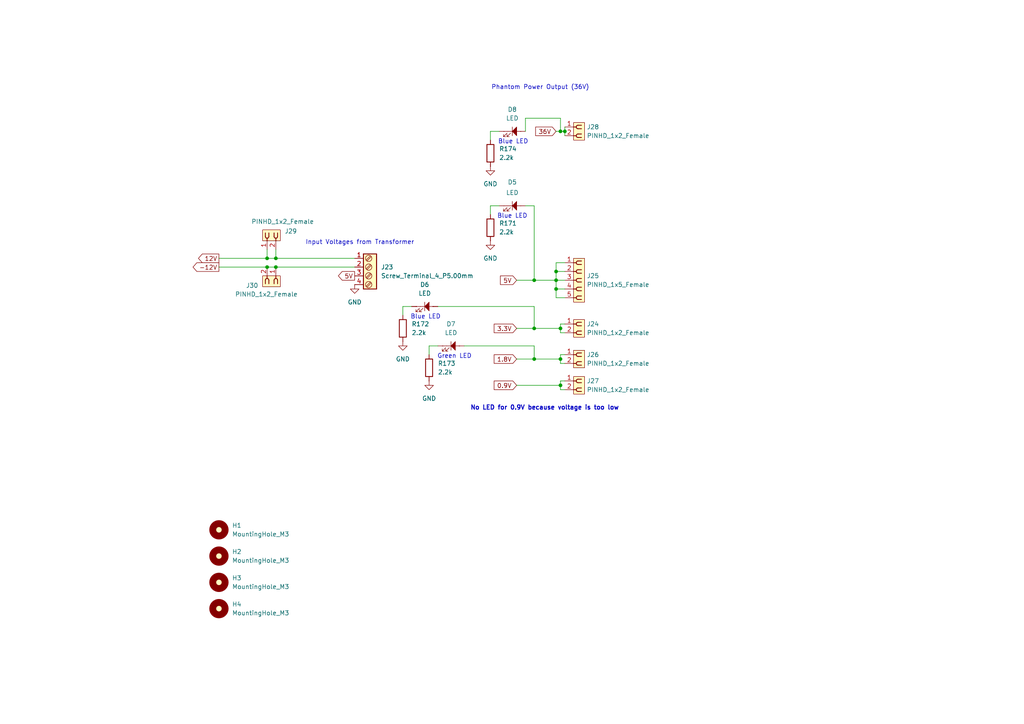
<source format=kicad_sch>
(kicad_sch
	(version 20231120)
	(generator "eeschema")
	(generator_version "8.0")
	(uuid "9c529568-2e6a-4233-9757-0e1642cf20fe")
	(paper "A4")
	(title_block
		(company "Michael Meyers")
	)
	(lib_symbols
		(symbol "Device:R"
			(pin_numbers hide)
			(pin_names
				(offset 0)
			)
			(exclude_from_sim no)
			(in_bom yes)
			(on_board yes)
			(property "Reference" "R"
				(at 2.032 0 90)
				(effects
					(font
						(size 1.27 1.27)
					)
				)
			)
			(property "Value" "R"
				(at 0 0 90)
				(effects
					(font
						(size 1.27 1.27)
					)
				)
			)
			(property "Footprint" ""
				(at -1.778 0 90)
				(effects
					(font
						(size 1.27 1.27)
					)
					(hide yes)
				)
			)
			(property "Datasheet" "~"
				(at 0 0 0)
				(effects
					(font
						(size 1.27 1.27)
					)
					(hide yes)
				)
			)
			(property "Description" "Resistor"
				(at 0 0 0)
				(effects
					(font
						(size 1.27 1.27)
					)
					(hide yes)
				)
			)
			(property "ki_keywords" "R res resistor"
				(at 0 0 0)
				(effects
					(font
						(size 1.27 1.27)
					)
					(hide yes)
				)
			)
			(property "ki_fp_filters" "R_*"
				(at 0 0 0)
				(effects
					(font
						(size 1.27 1.27)
					)
					(hide yes)
				)
			)
			(symbol "R_0_1"
				(rectangle
					(start -1.016 -2.54)
					(end 1.016 2.54)
					(stroke
						(width 0.254)
						(type default)
					)
					(fill
						(type none)
					)
				)
			)
			(symbol "R_1_1"
				(pin passive line
					(at 0 3.81 270)
					(length 1.27)
					(name "~"
						(effects
							(font
								(size 1.27 1.27)
							)
						)
					)
					(number "1"
						(effects
							(font
								(size 1.27 1.27)
							)
						)
					)
				)
				(pin passive line
					(at 0 -3.81 90)
					(length 1.27)
					(name "~"
						(effects
							(font
								(size 1.27 1.27)
							)
						)
					)
					(number "2"
						(effects
							(font
								(size 1.27 1.27)
							)
						)
					)
				)
			)
		)
		(symbol "PCM_SL_Devices:LED"
			(exclude_from_sim no)
			(in_bom yes)
			(on_board yes)
			(property "Reference" "D"
				(at -0.508 5.334 0)
				(effects
					(font
						(size 1.27 1.27)
					)
				)
			)
			(property "Value" "LED"
				(at -0.508 2.794 0)
				(effects
					(font
						(size 1.27 1.27)
					)
				)
			)
			(property "Footprint" "LED_THT:LED_D5.0mm"
				(at -1.016 -2.794 0)
				(effects
					(font
						(size 1.27 1.27)
					)
					(hide yes)
				)
			)
			(property "Datasheet" ""
				(at -1.27 0 0)
				(effects
					(font
						(size 1.27 1.27)
					)
					(hide yes)
				)
			)
			(property "Description" "Common 5mm diameter LED"
				(at 0 0 0)
				(effects
					(font
						(size 1.27 1.27)
					)
					(hide yes)
				)
			)
			(property "ki_keywords" "LED 5mm"
				(at 0 0 0)
				(effects
					(font
						(size 1.27 1.27)
					)
					(hide yes)
				)
			)
			(property "ki_fp_filters" "LED_D5.0mm_Clear LED_D5.0mm_Horizontal_O1.27mm_Z3.0mm LED_D5.0mm_Horizontal_O3.81mm_Z3.0mm LED_D5.0mm_Horizontal_O6.35mm_Z3.0mm"
				(at 0 0 0)
				(effects
					(font
						(size 1.27 1.27)
					)
					(hide yes)
				)
			)
			(symbol "LED_0_1"
				(polyline
					(pts
						(xy -1.27 0) (xy -2.54 0)
					)
					(stroke
						(width 0)
						(type default)
					)
					(fill
						(type none)
					)
				)
				(polyline
					(pts
						(xy 0 1.27) (xy 0 -1.27)
					)
					(stroke
						(width 0)
						(type default)
					)
					(fill
						(type none)
					)
				)
				(polyline
					(pts
						(xy 0.508 0.508) (xy 1.524 1.524)
					)
					(stroke
						(width 0)
						(type default)
					)
					(fill
						(type none)
					)
				)
				(polyline
					(pts
						(xy 1.27 0) (xy 2.54 0)
					)
					(stroke
						(width 0)
						(type default)
					)
					(fill
						(type none)
					)
				)
				(polyline
					(pts
						(xy 1.524 0.508) (xy 2.54 1.524)
					)
					(stroke
						(width 0)
						(type default)
					)
					(fill
						(type none)
					)
				)
				(polyline
					(pts
						(xy 1.524 1.524) (xy 0.889 1.524)
					)
					(stroke
						(width 0)
						(type default)
					)
					(fill
						(type none)
					)
				)
				(polyline
					(pts
						(xy 1.524 1.524) (xy 1.524 0.889)
					)
					(stroke
						(width 0)
						(type default)
					)
					(fill
						(type none)
					)
				)
				(polyline
					(pts
						(xy 2.54 1.524) (xy 1.905 1.524)
					)
					(stroke
						(width 0)
						(type default)
					)
					(fill
						(type none)
					)
				)
				(polyline
					(pts
						(xy 2.54 1.524) (xy 2.54 0.889)
					)
					(stroke
						(width 0)
						(type default)
					)
					(fill
						(type none)
					)
				)
				(polyline
					(pts
						(xy 0 0) (xy -1.27 -1.27) (xy -1.27 1.27) (xy 0 0) (xy 1.27 0)
					)
					(stroke
						(width 0)
						(type default)
					)
					(fill
						(type outline)
					)
				)
			)
			(symbol "LED_1_1"
				(pin passive line
					(at 3.81 0 180)
					(length 1.5)
					(name "~"
						(effects
							(font
								(size 1.27 1.27)
							)
						)
					)
					(number "1"
						(effects
							(font
								(size 0 0)
							)
						)
					)
				)
				(pin passive line
					(at -3.81 0 0)
					(length 1.5)
					(name ""
						(effects
							(font
								(size 1.27 1.27)
							)
						)
					)
					(number "2"
						(effects
							(font
								(size 0 0)
							)
						)
					)
				)
			)
		)
		(symbol "PCM_SL_Mechanical:MountingHole_M3"
			(exclude_from_sim no)
			(in_bom yes)
			(on_board yes)
			(property "Reference" "H"
				(at 0 7.62 0)
				(effects
					(font
						(size 1.27 1.27)
					)
				)
			)
			(property "Value" "MountingHole_M3"
				(at 0 5.08 0)
				(effects
					(font
						(size 1.27 1.27)
					)
				)
			)
			(property "Footprint" "MountingHole:MountingHole_3.2mm_M3"
				(at 0 -3.81 0)
				(effects
					(font
						(size 1.27 1.27)
					)
					(hide yes)
				)
			)
			(property "Datasheet" ""
				(at 0 0 0)
				(effects
					(font
						(size 1.27 1.27)
					)
					(hide yes)
				)
			)
			(property "Description" "3.2mm Diameter Mounting Hole (M3)"
				(at 0 0 0)
				(effects
					(font
						(size 1.27 1.27)
					)
					(hide yes)
				)
			)
			(property "ki_keywords" "Mounting Hole"
				(at 0 0 0)
				(effects
					(font
						(size 1.27 1.27)
					)
					(hide yes)
				)
			)
			(symbol "MountingHole_M3_0_1"
				(circle
					(center 0 0)
					(radius 1.27)
					(stroke
						(width 0)
						(type default)
					)
					(fill
						(type background)
					)
				)
				(circle
					(center 0 0)
					(radius 1.7961)
					(stroke
						(width 2)
						(type default)
					)
					(fill
						(type none)
					)
				)
			)
		)
		(symbol "PCM_SL_Pin_Headers:PINHD_1x2_Female"
			(exclude_from_sim no)
			(in_bom yes)
			(on_board yes)
			(property "Reference" "J"
				(at 0 7.62 0)
				(effects
					(font
						(size 1.27 1.27)
					)
				)
			)
			(property "Value" "PINHD_1x2_Female"
				(at 0 5.08 0)
				(effects
					(font
						(size 1.27 1.27)
					)
				)
			)
			(property "Footprint" "Connector_PinSocket_2.54mm:PinSocket_1x02_P2.54mm_Vertical"
				(at 2.54 10.16 0)
				(effects
					(font
						(size 1.27 1.27)
					)
					(hide yes)
				)
			)
			(property "Datasheet" ""
				(at 0 7.62 0)
				(effects
					(font
						(size 1.27 1.27)
					)
					(hide yes)
				)
			)
			(property "Description" "Pin Header female with pin space 2.54mm. Pin Count -2"
				(at 0 0 0)
				(effects
					(font
						(size 1.27 1.27)
					)
					(hide yes)
				)
			)
			(property "ki_keywords" "Pin Header"
				(at 0 0 0)
				(effects
					(font
						(size 1.27 1.27)
					)
					(hide yes)
				)
			)
			(property "ki_fp_filters" "PinSocket_1x02_P2.54mm*"
				(at 0 0 0)
				(effects
					(font
						(size 1.27 1.27)
					)
					(hide yes)
				)
			)
			(symbol "PINHD_1x2_Female_0_1"
				(rectangle
					(start -1.27 2.54)
					(end 1.905 -2.54)
					(stroke
						(width 0)
						(type default)
					)
					(fill
						(type background)
					)
				)
				(arc
					(start -0.508 -1.27)
					(mid -0.3592 -1.6292)
					(end 0 -1.778)
					(stroke
						(width 0.25)
						(type default)
					)
					(fill
						(type none)
					)
				)
				(arc
					(start -0.508 1.27)
					(mid -0.3592 0.9108)
					(end 0 0.762)
					(stroke
						(width 0.25)
						(type default)
					)
					(fill
						(type none)
					)
				)
				(arc
					(start 0 -0.762)
					(mid -0.3592 -0.9108)
					(end -0.508 -1.27)
					(stroke
						(width 0.25)
						(type default)
					)
					(fill
						(type none)
					)
				)
				(polyline
					(pts
						(xy -1.27 -1.27) (xy -0.508 -1.27)
					)
					(stroke
						(width 0.25)
						(type default)
					)
					(fill
						(type none)
					)
				)
				(polyline
					(pts
						(xy -1.27 1.27) (xy -0.508 1.27)
					)
					(stroke
						(width 0.25)
						(type default)
					)
					(fill
						(type none)
					)
				)
				(polyline
					(pts
						(xy 0 -1.778) (xy 1.016 -1.778)
					)
					(stroke
						(width 0.25)
						(type default)
					)
					(fill
						(type none)
					)
				)
				(polyline
					(pts
						(xy 0 -0.762) (xy 1.016 -0.762)
					)
					(stroke
						(width 0.25)
						(type default)
					)
					(fill
						(type none)
					)
				)
				(polyline
					(pts
						(xy 0 0.762) (xy 1.016 0.762)
					)
					(stroke
						(width 0.25)
						(type default)
					)
					(fill
						(type none)
					)
				)
				(polyline
					(pts
						(xy 0 1.778) (xy 1.016 1.778)
					)
					(stroke
						(width 0.25)
						(type default)
					)
					(fill
						(type none)
					)
				)
				(arc
					(start 0 1.778)
					(mid -0.3592 1.6292)
					(end -0.508 1.27)
					(stroke
						(width 0.25)
						(type default)
					)
					(fill
						(type none)
					)
				)
			)
			(symbol "PINHD_1x2_Female_1_1"
				(pin passive line
					(at -3.81 1.27 0)
					(length 2.54)
					(name ""
						(effects
							(font
								(size 1.27 1.27)
							)
						)
					)
					(number "1"
						(effects
							(font
								(size 1.27 1.27)
							)
						)
					)
				)
				(pin passive line
					(at -3.81 -1.27 0)
					(length 2.54)
					(name ""
						(effects
							(font
								(size 1.27 1.27)
							)
						)
					)
					(number "2"
						(effects
							(font
								(size 1.27 1.27)
							)
						)
					)
				)
			)
		)
		(symbol "PCM_SL_Pin_Headers:PINHD_1x5_Female"
			(exclude_from_sim no)
			(in_bom yes)
			(on_board yes)
			(property "Reference" "J"
				(at 0 11.43 0)
				(effects
					(font
						(size 1.27 1.27)
					)
				)
			)
			(property "Value" "PINHD_1x5_Female"
				(at 0 8.89 0)
				(effects
					(font
						(size 1.27 1.27)
					)
				)
			)
			(property "Footprint" "Connector_PinSocket_2.54mm:PinSocket_1x05_P2.54mm_Vertical"
				(at 2.54 13.97 0)
				(effects
					(font
						(size 1.27 1.27)
					)
					(hide yes)
				)
			)
			(property "Datasheet" ""
				(at 0 11.43 0)
				(effects
					(font
						(size 1.27 1.27)
					)
					(hide yes)
				)
			)
			(property "Description" "Pin Header female with pin space 2.54mm. Pin Count -5"
				(at 0 0 0)
				(effects
					(font
						(size 1.27 1.27)
					)
					(hide yes)
				)
			)
			(property "ki_keywords" "Pin Header"
				(at 0 0 0)
				(effects
					(font
						(size 1.27 1.27)
					)
					(hide yes)
				)
			)
			(property "ki_fp_filters" "PinSocket_1x05_P2.54mm*"
				(at 0 0 0)
				(effects
					(font
						(size 1.27 1.27)
					)
					(hide yes)
				)
			)
			(symbol "PINHD_1x5_Female_0_1"
				(rectangle
					(start -1.27 6.35)
					(end 1.905 -6.35)
					(stroke
						(width 0)
						(type default)
					)
					(fill
						(type background)
					)
				)
				(arc
					(start -0.508 -5.08)
					(mid -0.3592 -5.4392)
					(end 0 -5.588)
					(stroke
						(width 0.25)
						(type default)
					)
					(fill
						(type none)
					)
				)
				(arc
					(start -0.508 -2.54)
					(mid -0.3592 -2.8992)
					(end 0 -3.048)
					(stroke
						(width 0.25)
						(type default)
					)
					(fill
						(type none)
					)
				)
				(arc
					(start -0.508 0)
					(mid -0.3592 -0.3592)
					(end 0 -0.508)
					(stroke
						(width 0.25)
						(type default)
					)
					(fill
						(type none)
					)
				)
				(arc
					(start -0.508 2.54)
					(mid -0.3592 2.1808)
					(end 0 2.032)
					(stroke
						(width 0.25)
						(type default)
					)
					(fill
						(type none)
					)
				)
				(arc
					(start -0.508 5.08)
					(mid -0.3592 4.7208)
					(end 0 4.572)
					(stroke
						(width 0.25)
						(type default)
					)
					(fill
						(type none)
					)
				)
				(arc
					(start 0 -4.572)
					(mid -0.3592 -4.7208)
					(end -0.508 -5.08)
					(stroke
						(width 0.25)
						(type default)
					)
					(fill
						(type none)
					)
				)
				(arc
					(start 0 -2.032)
					(mid -0.3592 -2.1808)
					(end -0.508 -2.54)
					(stroke
						(width 0.25)
						(type default)
					)
					(fill
						(type none)
					)
				)
				(polyline
					(pts
						(xy -1.27 -5.08) (xy -0.508 -5.08)
					)
					(stroke
						(width 0.25)
						(type default)
					)
					(fill
						(type none)
					)
				)
				(polyline
					(pts
						(xy -1.27 -2.54) (xy -0.508 -2.54)
					)
					(stroke
						(width 0.25)
						(type default)
					)
					(fill
						(type none)
					)
				)
				(polyline
					(pts
						(xy -1.27 0) (xy -0.508 0)
					)
					(stroke
						(width 0.25)
						(type default)
					)
					(fill
						(type none)
					)
				)
				(polyline
					(pts
						(xy -1.27 2.54) (xy -0.508 2.54)
					)
					(stroke
						(width 0.25)
						(type default)
					)
					(fill
						(type none)
					)
				)
				(polyline
					(pts
						(xy -1.27 5.08) (xy -0.508 5.08)
					)
					(stroke
						(width 0.25)
						(type default)
					)
					(fill
						(type none)
					)
				)
				(polyline
					(pts
						(xy 0 -5.588) (xy 1.016 -5.588)
					)
					(stroke
						(width 0.25)
						(type default)
					)
					(fill
						(type none)
					)
				)
				(polyline
					(pts
						(xy 0 -4.572) (xy 1.016 -4.572)
					)
					(stroke
						(width 0.25)
						(type default)
					)
					(fill
						(type none)
					)
				)
				(polyline
					(pts
						(xy 0 -3.048) (xy 1.016 -3.048)
					)
					(stroke
						(width 0.25)
						(type default)
					)
					(fill
						(type none)
					)
				)
				(polyline
					(pts
						(xy 0 -2.032) (xy 1.016 -2.032)
					)
					(stroke
						(width 0.25)
						(type default)
					)
					(fill
						(type none)
					)
				)
				(polyline
					(pts
						(xy 0 -0.508) (xy 1.016 -0.508)
					)
					(stroke
						(width 0.25)
						(type default)
					)
					(fill
						(type none)
					)
				)
				(polyline
					(pts
						(xy 0 0.508) (xy 1.016 0.508)
					)
					(stroke
						(width 0.25)
						(type default)
					)
					(fill
						(type none)
					)
				)
				(polyline
					(pts
						(xy 0 2.032) (xy 1.016 2.032)
					)
					(stroke
						(width 0.25)
						(type default)
					)
					(fill
						(type none)
					)
				)
				(polyline
					(pts
						(xy 0 3.048) (xy 1.016 3.048)
					)
					(stroke
						(width 0.25)
						(type default)
					)
					(fill
						(type none)
					)
				)
				(polyline
					(pts
						(xy 0 4.572) (xy 1.016 4.572)
					)
					(stroke
						(width 0.25)
						(type default)
					)
					(fill
						(type none)
					)
				)
				(polyline
					(pts
						(xy 0 5.588) (xy 1.016 5.588)
					)
					(stroke
						(width 0.25)
						(type default)
					)
					(fill
						(type none)
					)
				)
				(arc
					(start 0 0.508)
					(mid -0.3592 0.3592)
					(end -0.508 0)
					(stroke
						(width 0.25)
						(type default)
					)
					(fill
						(type none)
					)
				)
				(arc
					(start 0 3.048)
					(mid -0.3592 2.8992)
					(end -0.508 2.54)
					(stroke
						(width 0.25)
						(type default)
					)
					(fill
						(type none)
					)
				)
				(arc
					(start 0 5.588)
					(mid -0.3592 5.4392)
					(end -0.508 5.08)
					(stroke
						(width 0.25)
						(type default)
					)
					(fill
						(type none)
					)
				)
			)
			(symbol "PINHD_1x5_Female_1_1"
				(pin passive line
					(at -3.81 5.08 0)
					(length 2.54)
					(name ""
						(effects
							(font
								(size 1.27 1.27)
							)
						)
					)
					(number "1"
						(effects
							(font
								(size 1.27 1.27)
							)
						)
					)
				)
				(pin passive line
					(at -3.81 2.54 0)
					(length 2.54)
					(name ""
						(effects
							(font
								(size 1.27 1.27)
							)
						)
					)
					(number "2"
						(effects
							(font
								(size 1.27 1.27)
							)
						)
					)
				)
				(pin passive line
					(at -3.81 0 0)
					(length 2.54)
					(name ""
						(effects
							(font
								(size 1.27 1.27)
							)
						)
					)
					(number "3"
						(effects
							(font
								(size 1.27 1.27)
							)
						)
					)
				)
				(pin passive line
					(at -3.81 -2.54 0)
					(length 2.54)
					(name ""
						(effects
							(font
								(size 1.27 1.27)
							)
						)
					)
					(number "4"
						(effects
							(font
								(size 1.27 1.27)
							)
						)
					)
				)
				(pin passive line
					(at -3.81 -5.08 0)
					(length 2.54)
					(name ""
						(effects
							(font
								(size 1.27 1.27)
							)
						)
					)
					(number "5"
						(effects
							(font
								(size 1.27 1.27)
							)
						)
					)
				)
			)
		)
		(symbol "PCM_SL_Screw_Terminal:Screw_Terminal_4_P5.00mm"
			(exclude_from_sim no)
			(in_bom yes)
			(on_board yes)
			(property "Reference" "J"
				(at 0 6.35 0)
				(effects
					(font
						(size 1.27 1.27)
					)
				)
			)
			(property "Value" "Screw_Terminal_4_P5.00mm"
				(at 1.27 -6.35 0)
				(effects
					(font
						(size 1.27 1.27)
					)
				)
			)
			(property "Footprint" "TerminalBlock_Phoenix:TerminalBlock_Phoenix_PT-1,5-4-5.0-H_1x04_P5.00mm_Horizontal"
				(at 0 -8.89 0)
				(effects
					(font
						(size 1.27 1.27)
					)
					(hide yes)
				)
			)
			(property "Datasheet" ""
				(at 0 2.54 0)
				(effects
					(font
						(size 1.27 1.27)
					)
					(hide yes)
				)
			)
			(property "Description" ""
				(at 0 0 0)
				(effects
					(font
						(size 1.27 1.27)
					)
					(hide yes)
				)
			)
			(symbol "Screw_Terminal_4_P5.00mm_0_1"
				(rectangle
					(start -1.27 5.08)
					(end 2.54 -5.08)
					(stroke
						(width 0.3)
						(type default)
					)
					(fill
						(type background)
					)
				)
				(polyline
					(pts
						(xy -0.254 -4.572) (xy 1.016 -3.302)
					)
					(stroke
						(width 0)
						(type default)
					)
					(fill
						(type none)
					)
				)
				(polyline
					(pts
						(xy -0.254 -2.032) (xy 1.016 -0.762)
					)
					(stroke
						(width 0)
						(type default)
					)
					(fill
						(type none)
					)
				)
				(polyline
					(pts
						(xy -0.254 0.508) (xy 1.016 1.778)
					)
					(stroke
						(width 0)
						(type default)
					)
					(fill
						(type none)
					)
				)
				(polyline
					(pts
						(xy -0.254 3.048) (xy 1.016 4.318)
					)
					(stroke
						(width 0)
						(type default)
					)
					(fill
						(type none)
					)
				)
				(polyline
					(pts
						(xy 0 -3.81) (xy -0.508 -4.318) (xy 0.762 -3.048)
					)
					(stroke
						(width 0)
						(type default)
					)
					(fill
						(type none)
					)
				)
				(polyline
					(pts
						(xy 0 -1.27) (xy -0.508 -1.778) (xy 0.762 -0.508)
					)
					(stroke
						(width 0)
						(type default)
					)
					(fill
						(type none)
					)
				)
				(polyline
					(pts
						(xy 0 1.27) (xy -0.508 0.762) (xy 0.762 2.032)
					)
					(stroke
						(width 0)
						(type default)
					)
					(fill
						(type none)
					)
				)
				(polyline
					(pts
						(xy 0 3.81) (xy -0.508 3.302) (xy 0.762 4.572)
					)
					(stroke
						(width 0)
						(type default)
					)
					(fill
						(type none)
					)
				)
				(circle
					(center 0.254 -3.81)
					(radius 0.9158)
					(stroke
						(width 0)
						(type default)
					)
					(fill
						(type none)
					)
				)
				(circle
					(center 0.254 -1.27)
					(radius 0.9158)
					(stroke
						(width 0)
						(type default)
					)
					(fill
						(type none)
					)
				)
				(circle
					(center 0.254 1.27)
					(radius 0.9158)
					(stroke
						(width 0)
						(type default)
					)
					(fill
						(type none)
					)
				)
				(circle
					(center 0.254 3.81)
					(radius 0.9158)
					(stroke
						(width 0)
						(type default)
					)
					(fill
						(type none)
					)
				)
			)
			(symbol "Screw_Terminal_4_P5.00mm_1_1"
				(pin passive line
					(at -3.81 3.81 0)
					(length 2.54)
					(name ""
						(effects
							(font
								(size 1.27 1.27)
							)
						)
					)
					(number "1"
						(effects
							(font
								(size 1.27 1.27)
							)
						)
					)
				)
				(pin passive line
					(at -3.81 1.27 0)
					(length 2.54)
					(name ""
						(effects
							(font
								(size 1.27 1.27)
							)
						)
					)
					(number "2"
						(effects
							(font
								(size 1.27 1.27)
							)
						)
					)
				)
				(pin passive line
					(at -3.81 -1.27 0)
					(length 2.54)
					(name ""
						(effects
							(font
								(size 1.27 1.27)
							)
						)
					)
					(number "3"
						(effects
							(font
								(size 1.27 1.27)
							)
						)
					)
				)
				(pin passive line
					(at -3.81 -3.81 0)
					(length 2.54)
					(name ""
						(effects
							(font
								(size 1.27 1.27)
							)
						)
					)
					(number "4"
						(effects
							(font
								(size 1.27 1.27)
							)
						)
					)
				)
			)
		)
		(symbol "power:GND"
			(power)
			(pin_numbers hide)
			(pin_names
				(offset 0) hide)
			(exclude_from_sim no)
			(in_bom yes)
			(on_board yes)
			(property "Reference" "#PWR"
				(at 0 -6.35 0)
				(effects
					(font
						(size 1.27 1.27)
					)
					(hide yes)
				)
			)
			(property "Value" "GND"
				(at 0 -3.81 0)
				(effects
					(font
						(size 1.27 1.27)
					)
				)
			)
			(property "Footprint" ""
				(at 0 0 0)
				(effects
					(font
						(size 1.27 1.27)
					)
					(hide yes)
				)
			)
			(property "Datasheet" ""
				(at 0 0 0)
				(effects
					(font
						(size 1.27 1.27)
					)
					(hide yes)
				)
			)
			(property "Description" "Power symbol creates a global label with name \"GND\" , ground"
				(at 0 0 0)
				(effects
					(font
						(size 1.27 1.27)
					)
					(hide yes)
				)
			)
			(property "ki_keywords" "global power"
				(at 0 0 0)
				(effects
					(font
						(size 1.27 1.27)
					)
					(hide yes)
				)
			)
			(symbol "GND_0_1"
				(polyline
					(pts
						(xy 0 0) (xy 0 -1.27) (xy 1.27 -1.27) (xy 0 -2.54) (xy -1.27 -1.27) (xy 0 -1.27)
					)
					(stroke
						(width 0)
						(type default)
					)
					(fill
						(type none)
					)
				)
			)
			(symbol "GND_1_1"
				(pin power_in line
					(at 0 0 270)
					(length 0)
					(name "~"
						(effects
							(font
								(size 1.27 1.27)
							)
						)
					)
					(number "1"
						(effects
							(font
								(size 1.27 1.27)
							)
						)
					)
				)
			)
		)
	)
	(junction
		(at 162.56 95.25)
		(diameter 0)
		(color 0 0 0 0)
		(uuid "08e36837-cdb7-4106-82c6-c7075a63a692")
	)
	(junction
		(at 161.29 78.74)
		(diameter 0)
		(color 0 0 0 0)
		(uuid "25359d30-0333-4e4d-8eae-406c4392ebc0")
	)
	(junction
		(at 80.01 74.93)
		(diameter 0)
		(color 0 0 0 0)
		(uuid "2893f217-61e3-48cd-a6e6-3bf48ba943b8")
	)
	(junction
		(at 161.29 83.82)
		(diameter 0)
		(color 0 0 0 0)
		(uuid "407739a5-3c67-4ee4-8039-fc78a9e219b0")
	)
	(junction
		(at 162.56 104.14)
		(diameter 0)
		(color 0 0 0 0)
		(uuid "6157c9fe-2946-4df3-8115-a0fb380a19ad")
	)
	(junction
		(at 162.56 111.76)
		(diameter 0)
		(color 0 0 0 0)
		(uuid "783d41d2-675f-4fe4-8ff8-6e11540eb0ef")
	)
	(junction
		(at 163.83 38.1)
		(diameter 0)
		(color 0 0 0 0)
		(uuid "8d31e0ba-1967-48fa-a998-e34b748a8c46")
	)
	(junction
		(at 154.94 95.25)
		(diameter 0)
		(color 0 0 0 0)
		(uuid "8e8f399e-2c0c-4ea1-b64a-cf6153c8cc44")
	)
	(junction
		(at 77.47 77.47)
		(diameter 0)
		(color 0 0 0 0)
		(uuid "c0e02c7c-d88e-452e-b48c-298064c9b4ac")
	)
	(junction
		(at 154.94 104.14)
		(diameter 0)
		(color 0 0 0 0)
		(uuid "c4e3eeee-13c4-43fb-8328-b0ac8a389a30")
	)
	(junction
		(at 162.56 38.1)
		(diameter 0)
		(color 0 0 0 0)
		(uuid "ceb14c87-0ad1-46c4-bcb2-7dbf4cf6fe17")
	)
	(junction
		(at 161.29 81.28)
		(diameter 0)
		(color 0 0 0 0)
		(uuid "d6d1bc35-519c-4da1-9f50-d8b037b6796b")
	)
	(junction
		(at 80.01 77.47)
		(diameter 0)
		(color 0 0 0 0)
		(uuid "d9c726b9-6387-45aa-8cf5-0473a354ce7e")
	)
	(junction
		(at 77.47 74.93)
		(diameter 0)
		(color 0 0 0 0)
		(uuid "dbb4dcdb-1b86-44a6-a963-6b7be757e7b5")
	)
	(junction
		(at 154.94 81.28)
		(diameter 0)
		(color 0 0 0 0)
		(uuid "df85e79a-482e-4370-b192-ad74e70ee7a3")
	)
	(wire
		(pts
			(xy 162.56 96.52) (xy 162.56 95.25)
		)
		(stroke
			(width 0)
			(type default)
		)
		(uuid "00c47eea-408e-4cca-ad83-da4fca712230")
	)
	(wire
		(pts
			(xy 154.94 81.28) (xy 161.29 81.28)
		)
		(stroke
			(width 0)
			(type default)
		)
		(uuid "0a121dde-d9b6-4490-b48e-ef08b3ec002b")
	)
	(wire
		(pts
			(xy 161.29 78.74) (xy 161.29 76.2)
		)
		(stroke
			(width 0)
			(type default)
		)
		(uuid "0c1cf193-3380-4237-8750-b0f98ffe4481")
	)
	(wire
		(pts
			(xy 124.46 100.33) (xy 124.46 102.87)
		)
		(stroke
			(width 0)
			(type default)
		)
		(uuid "1d72a1cd-aac3-47da-abe7-c0492c2b26bb")
	)
	(wire
		(pts
			(xy 77.47 74.93) (xy 80.01 74.93)
		)
		(stroke
			(width 0)
			(type default)
		)
		(uuid "206597e5-222b-4f9d-89e1-b9d8493a11ed")
	)
	(wire
		(pts
			(xy 161.29 78.74) (xy 163.83 78.74)
		)
		(stroke
			(width 0)
			(type default)
		)
		(uuid "2e6eb64e-0677-4016-9376-f88c416cb61f")
	)
	(wire
		(pts
			(xy 161.29 76.2) (xy 163.83 76.2)
		)
		(stroke
			(width 0)
			(type default)
		)
		(uuid "2f9ee122-8074-47f8-acb2-22bfc28a66a5")
	)
	(wire
		(pts
			(xy 161.29 83.82) (xy 161.29 81.28)
		)
		(stroke
			(width 0)
			(type default)
		)
		(uuid "30dceea8-8eb1-4c5b-8e32-522ae8e2b682")
	)
	(wire
		(pts
			(xy 161.29 86.36) (xy 161.29 83.82)
		)
		(stroke
			(width 0)
			(type default)
		)
		(uuid "32d0a151-8c40-4c06-8bd9-fa837f4a53af")
	)
	(wire
		(pts
			(xy 162.56 38.1) (xy 163.83 38.1)
		)
		(stroke
			(width 0)
			(type default)
		)
		(uuid "32e5cdc3-79d5-47f7-8113-096790db887d")
	)
	(wire
		(pts
			(xy 149.86 95.25) (xy 154.94 95.25)
		)
		(stroke
			(width 0)
			(type default)
		)
		(uuid "347b3d34-bfd3-4246-98c4-efe1b7aadb0a")
	)
	(wire
		(pts
			(xy 77.47 77.47) (xy 80.01 77.47)
		)
		(stroke
			(width 0)
			(type default)
		)
		(uuid "35394d14-90ea-4b47-85b1-6f3a37abf753")
	)
	(wire
		(pts
			(xy 80.01 72.39) (xy 80.01 74.93)
		)
		(stroke
			(width 0)
			(type default)
		)
		(uuid "47c4b7ec-034c-4205-8ce2-548ebc6bb42e")
	)
	(wire
		(pts
			(xy 163.83 36.83) (xy 163.83 38.1)
		)
		(stroke
			(width 0)
			(type default)
		)
		(uuid "48fe7393-213d-432b-97bd-03339adc02ef")
	)
	(wire
		(pts
			(xy 127 88.9) (xy 154.94 88.9)
		)
		(stroke
			(width 0)
			(type default)
		)
		(uuid "4aa14a85-28be-47ae-8bea-6abaacf86060")
	)
	(wire
		(pts
			(xy 149.86 104.14) (xy 154.94 104.14)
		)
		(stroke
			(width 0)
			(type default)
		)
		(uuid "5b4b4fe9-7e71-4e8e-977d-9c220469e1cc")
	)
	(wire
		(pts
			(xy 162.56 95.25) (xy 162.56 93.98)
		)
		(stroke
			(width 0)
			(type default)
		)
		(uuid "60f982a2-91a8-4ba6-9fcf-832abb0538b5")
	)
	(wire
		(pts
			(xy 154.94 95.25) (xy 162.56 95.25)
		)
		(stroke
			(width 0)
			(type default)
		)
		(uuid "66106bd3-04c2-4846-885d-dc42ef3d2eea")
	)
	(wire
		(pts
			(xy 163.83 86.36) (xy 161.29 86.36)
		)
		(stroke
			(width 0)
			(type default)
		)
		(uuid "66bf34b7-f6a1-47f7-801f-67ab4189bfc4")
	)
	(wire
		(pts
			(xy 163.83 105.41) (xy 162.56 105.41)
		)
		(stroke
			(width 0)
			(type default)
		)
		(uuid "670f458c-4001-4388-8a43-ef4cd1b44eca")
	)
	(wire
		(pts
			(xy 162.56 34.29) (xy 162.56 38.1)
		)
		(stroke
			(width 0)
			(type default)
		)
		(uuid "6a617dcf-13e6-4854-baf0-3ca3f931d43c")
	)
	(wire
		(pts
			(xy 119.38 88.9) (xy 116.84 88.9)
		)
		(stroke
			(width 0)
			(type default)
		)
		(uuid "6b7046fc-aa21-4441-adbb-e88b8521ec8e")
	)
	(wire
		(pts
			(xy 152.4 34.29) (xy 162.56 34.29)
		)
		(stroke
			(width 0)
			(type default)
		)
		(uuid "714937a3-f089-4057-ae1a-3b0b50910579")
	)
	(wire
		(pts
			(xy 162.56 105.41) (xy 162.56 104.14)
		)
		(stroke
			(width 0)
			(type default)
		)
		(uuid "718aa2ff-b72b-4137-bcdf-cec8b34909d8")
	)
	(wire
		(pts
			(xy 161.29 38.1) (xy 162.56 38.1)
		)
		(stroke
			(width 0)
			(type default)
		)
		(uuid "73f86589-6a2f-4948-a3d6-fcd0ea171146")
	)
	(wire
		(pts
			(xy 127 100.33) (xy 124.46 100.33)
		)
		(stroke
			(width 0)
			(type default)
		)
		(uuid "7e44c22c-7dde-4d7f-9ee4-15f1056e9368")
	)
	(wire
		(pts
			(xy 152.4 38.1) (xy 152.4 34.29)
		)
		(stroke
			(width 0)
			(type default)
		)
		(uuid "7e4a5dfb-98ae-425e-ab92-6a7826a1a9ae")
	)
	(wire
		(pts
			(xy 162.56 102.87) (xy 163.83 102.87)
		)
		(stroke
			(width 0)
			(type default)
		)
		(uuid "8052810c-1b56-425e-9dc5-66456b978941")
	)
	(wire
		(pts
			(xy 162.56 93.98) (xy 163.83 93.98)
		)
		(stroke
			(width 0)
			(type default)
		)
		(uuid "830098ce-8b9c-4b67-8de2-c7e14c15021f")
	)
	(wire
		(pts
			(xy 144.78 38.1) (xy 142.24 38.1)
		)
		(stroke
			(width 0)
			(type default)
		)
		(uuid "85f6a27a-9034-48ba-b755-434b0eed9d7f")
	)
	(wire
		(pts
			(xy 142.24 38.1) (xy 142.24 40.64)
		)
		(stroke
			(width 0)
			(type default)
		)
		(uuid "8b486f40-c397-4cb5-bf9f-6468eeab01de")
	)
	(wire
		(pts
			(xy 161.29 81.28) (xy 161.29 78.74)
		)
		(stroke
			(width 0)
			(type default)
		)
		(uuid "8fd0506c-0a58-405c-a6c2-9112cfc17318")
	)
	(wire
		(pts
			(xy 80.01 74.93) (xy 102.87 74.93)
		)
		(stroke
			(width 0)
			(type default)
		)
		(uuid "98ff5bbf-d3a4-4586-9b02-31c166081613")
	)
	(wire
		(pts
			(xy 134.62 100.33) (xy 154.94 100.33)
		)
		(stroke
			(width 0)
			(type default)
		)
		(uuid "9afcd2e3-a1c7-4f5a-b2b6-aa6a07273896")
	)
	(wire
		(pts
			(xy 162.56 104.14) (xy 162.56 102.87)
		)
		(stroke
			(width 0)
			(type default)
		)
		(uuid "9d5b4593-95e0-46f9-97f6-1411719291cd")
	)
	(wire
		(pts
			(xy 162.56 113.03) (xy 162.56 111.76)
		)
		(stroke
			(width 0)
			(type default)
		)
		(uuid "a5e667ff-d749-4b11-a529-ffbf29543597")
	)
	(wire
		(pts
			(xy 80.01 77.47) (xy 102.87 77.47)
		)
		(stroke
			(width 0)
			(type default)
		)
		(uuid "a74d98e0-cf9a-4671-bf76-4f2efdabd5a9")
	)
	(wire
		(pts
			(xy 149.86 111.76) (xy 162.56 111.76)
		)
		(stroke
			(width 0)
			(type default)
		)
		(uuid "b15efd58-52cd-41ee-985f-6397e2390f5f")
	)
	(wire
		(pts
			(xy 163.83 38.1) (xy 163.83 39.37)
		)
		(stroke
			(width 0)
			(type default)
		)
		(uuid "b220ba44-c27e-4f06-8450-6eed909bff57")
	)
	(wire
		(pts
			(xy 144.78 59.69) (xy 142.24 59.69)
		)
		(stroke
			(width 0)
			(type default)
		)
		(uuid "b817e918-8d02-46ed-a2b5-f6cb6ada76fa")
	)
	(wire
		(pts
			(xy 116.84 88.9) (xy 116.84 91.44)
		)
		(stroke
			(width 0)
			(type default)
		)
		(uuid "b86cc5a1-1f57-48cb-9938-81d5b3de8d41")
	)
	(wire
		(pts
			(xy 77.47 72.39) (xy 77.47 74.93)
		)
		(stroke
			(width 0)
			(type default)
		)
		(uuid "ba25c8f5-59b0-4734-bd0b-a06587b2ccbf")
	)
	(wire
		(pts
			(xy 152.4 59.69) (xy 154.94 59.69)
		)
		(stroke
			(width 0)
			(type default)
		)
		(uuid "bb18d673-671b-42fd-99b8-5d51737c053d")
	)
	(wire
		(pts
			(xy 161.29 81.28) (xy 163.83 81.28)
		)
		(stroke
			(width 0)
			(type default)
		)
		(uuid "bc56c2a4-3778-4c47-9e59-3592cb0d8967")
	)
	(wire
		(pts
			(xy 142.24 59.69) (xy 142.24 62.23)
		)
		(stroke
			(width 0)
			(type default)
		)
		(uuid "c0b222cc-f733-4ccc-8f6b-db027eebe526")
	)
	(wire
		(pts
			(xy 163.83 83.82) (xy 161.29 83.82)
		)
		(stroke
			(width 0)
			(type default)
		)
		(uuid "c84509d1-de95-41b6-8f20-f8f507364cd8")
	)
	(wire
		(pts
			(xy 162.56 110.49) (xy 163.83 110.49)
		)
		(stroke
			(width 0)
			(type default)
		)
		(uuid "d2182abf-364f-4230-b408-05da4d8e5eb1")
	)
	(wire
		(pts
			(xy 154.94 104.14) (xy 162.56 104.14)
		)
		(stroke
			(width 0)
			(type default)
		)
		(uuid "d3d70a6d-9fc4-4882-a862-67bae72cf651")
	)
	(wire
		(pts
			(xy 154.94 88.9) (xy 154.94 95.25)
		)
		(stroke
			(width 0)
			(type default)
		)
		(uuid "da7c8335-31e7-4485-9dff-193bb7c71f89")
	)
	(wire
		(pts
			(xy 163.83 96.52) (xy 162.56 96.52)
		)
		(stroke
			(width 0)
			(type default)
		)
		(uuid "dcf66962-2d66-4bee-ab51-d491a1dd085b")
	)
	(wire
		(pts
			(xy 63.5 74.93) (xy 77.47 74.93)
		)
		(stroke
			(width 0)
			(type default)
		)
		(uuid "e673a4ac-9ae3-4aba-a6c0-aeed78223da8")
	)
	(wire
		(pts
			(xy 149.86 81.28) (xy 154.94 81.28)
		)
		(stroke
			(width 0)
			(type default)
		)
		(uuid "eb98f72d-1a28-4785-be98-40babcc48ef0")
	)
	(wire
		(pts
			(xy 63.5 77.47) (xy 77.47 77.47)
		)
		(stroke
			(width 0)
			(type default)
		)
		(uuid "ed5b8173-0e2a-4842-9de6-edf871c3e48e")
	)
	(wire
		(pts
			(xy 162.56 111.76) (xy 162.56 110.49)
		)
		(stroke
			(width 0)
			(type default)
		)
		(uuid "eda4883b-2179-4ef3-ae6a-650eb72ead40")
	)
	(wire
		(pts
			(xy 154.94 100.33) (xy 154.94 104.14)
		)
		(stroke
			(width 0)
			(type default)
		)
		(uuid "f088b9d6-5a89-4777-a41b-306b0f7fdca7")
	)
	(wire
		(pts
			(xy 163.83 113.03) (xy 162.56 113.03)
		)
		(stroke
			(width 0)
			(type default)
		)
		(uuid "f8cece40-8d03-4bc6-a6cd-1b0c88ce5d4a")
	)
	(wire
		(pts
			(xy 154.94 59.69) (xy 154.94 81.28)
		)
		(stroke
			(width 0)
			(type default)
		)
		(uuid "fa2f1851-e3c6-4c92-844e-46c9886ad717")
	)
	(text "Input Voltages from Transformer"
		(exclude_from_sim no)
		(at 104.394 70.358 0)
		(effects
			(font
				(size 1.27 1.27)
			)
		)
		(uuid "0459338a-e9bb-43a5-ae0c-ed431c60d91a")
	)
	(text "No LED for 0.9V because voltage is too low"
		(exclude_from_sim no)
		(at 157.988 118.364 0)
		(effects
			(font
				(size 1.27 1.27)
				(thickness 0.254)
				(bold yes)
			)
		)
		(uuid "0adfa52a-9ee4-4898-883b-7d273c150c89")
	)
	(text "Phantom Power Output (36V)"
		(exclude_from_sim no)
		(at 156.718 25.4 0)
		(effects
			(font
				(size 1.27 1.27)
			)
		)
		(uuid "2a00c18c-be6f-47cf-95ce-00b69dc1b53a")
	)
	(text "Blue LED"
		(exclude_from_sim no)
		(at 123.444 91.948 0)
		(effects
			(font
				(size 1.27 1.27)
			)
		)
		(uuid "63b67aec-c73e-4976-984a-500a9e8516fd")
	)
	(text "Green LED"
		(exclude_from_sim no)
		(at 131.826 103.378 0)
		(effects
			(font
				(size 1.27 1.27)
			)
		)
		(uuid "ab438fac-1fe5-460a-9fd9-f5c1387928ef")
	)
	(text "Blue LED"
		(exclude_from_sim no)
		(at 148.59 62.738 0)
		(effects
			(font
				(size 1.27 1.27)
			)
		)
		(uuid "b9aa3625-fe5c-4442-9247-268ecf74f608")
	)
	(text "Blue LED"
		(exclude_from_sim no)
		(at 148.844 41.148 0)
		(effects
			(font
				(size 1.27 1.27)
			)
		)
		(uuid "c2e5ec89-57ad-47ed-b213-e528e69e20c9")
	)
	(global_label "3.3V"
		(shape input)
		(at 149.86 95.25 180)
		(fields_autoplaced yes)
		(effects
			(font
				(size 1.27 1.27)
			)
			(justify right)
		)
		(uuid "178e92aa-d162-45e7-b186-b77a231ddff7")
		(property "Intersheetrefs" "${INTERSHEET_REFS}"
			(at 142.7624 95.25 0)
			(effects
				(font
					(size 1.27 1.27)
				)
				(justify right)
				(hide yes)
			)
		)
	)
	(global_label "1.8V"
		(shape input)
		(at 149.86 104.14 180)
		(fields_autoplaced yes)
		(effects
			(font
				(size 1.27 1.27)
			)
			(justify right)
		)
		(uuid "29fe5e14-5b00-40eb-830d-32bfb767b4c1")
		(property "Intersheetrefs" "${INTERSHEET_REFS}"
			(at 142.7624 104.14 0)
			(effects
				(font
					(size 1.27 1.27)
				)
				(justify right)
				(hide yes)
			)
		)
	)
	(global_label "5V"
		(shape output)
		(at 102.87 80.01 180)
		(fields_autoplaced yes)
		(effects
			(font
				(size 1.27 1.27)
			)
			(justify right)
		)
		(uuid "3e91aea8-73a6-4f1e-a422-87fb4cdb66c7")
		(property "Intersheetrefs" "${INTERSHEET_REFS}"
			(at 97.5867 80.01 0)
			(effects
				(font
					(size 1.27 1.27)
				)
				(justify right)
				(hide yes)
			)
		)
	)
	(global_label "5V"
		(shape input)
		(at 149.86 81.28 180)
		(fields_autoplaced yes)
		(effects
			(font
				(size 1.27 1.27)
			)
			(justify right)
		)
		(uuid "b6f8bc27-08fc-4544-9f3a-b865320334a2")
		(property "Intersheetrefs" "${INTERSHEET_REFS}"
			(at 144.5767 81.28 0)
			(effects
				(font
					(size 1.27 1.27)
				)
				(justify right)
				(hide yes)
			)
		)
	)
	(global_label "0.9V"
		(shape input)
		(at 149.86 111.76 180)
		(fields_autoplaced yes)
		(effects
			(font
				(size 1.27 1.27)
			)
			(justify right)
		)
		(uuid "e2d3558f-7619-4f99-9003-12c3170674dc")
		(property "Intersheetrefs" "${INTERSHEET_REFS}"
			(at 142.7624 111.76 0)
			(effects
				(font
					(size 1.27 1.27)
				)
				(justify right)
				(hide yes)
			)
		)
	)
	(global_label "12V"
		(shape output)
		(at 63.5 74.93 180)
		(fields_autoplaced yes)
		(effects
			(font
				(size 1.27 1.27)
			)
			(justify right)
		)
		(uuid "f194a1d8-9cca-4b31-aa06-80af183ff72f")
		(property "Intersheetrefs" "${INTERSHEET_REFS}"
			(at 57.0072 74.93 0)
			(effects
				(font
					(size 1.27 1.27)
				)
				(justify right)
				(hide yes)
			)
		)
	)
	(global_label "36V"
		(shape input)
		(at 161.29 38.1 180)
		(fields_autoplaced yes)
		(effects
			(font
				(size 1.27 1.27)
			)
			(justify right)
		)
		(uuid "f8577fc8-de60-4353-829e-1f7db1c12485")
		(property "Intersheetrefs" "${INTERSHEET_REFS}"
			(at 154.7972 38.1 0)
			(effects
				(font
					(size 1.27 1.27)
				)
				(justify right)
				(hide yes)
			)
		)
	)
	(global_label "-12V"
		(shape output)
		(at 63.5 77.47 180)
		(fields_autoplaced yes)
		(effects
			(font
				(size 1.27 1.27)
			)
			(justify right)
		)
		(uuid "fb8b16e7-24ca-4f50-9ea8-28185cf770d9")
		(property "Intersheetrefs" "${INTERSHEET_REFS}"
			(at 55.4348 77.47 0)
			(effects
				(font
					(size 1.27 1.27)
				)
				(justify right)
				(hide yes)
			)
		)
	)
	(symbol
		(lib_id "PCM_SL_Pin_Headers:PINHD_1x2_Female")
		(at 78.74 81.28 270)
		(unit 1)
		(exclude_from_sim no)
		(in_bom yes)
		(on_board yes)
		(dnp no)
		(uuid "07c160d4-bcb8-4543-ba08-e622c7a730c0")
		(property "Reference" "J30"
			(at 74.93 82.8051 90)
			(effects
				(font
					(size 1.27 1.27)
				)
				(justify right)
			)
		)
		(property "Value" "PINHD_1x2_Female"
			(at 86.36 85.344 90)
			(effects
				(font
					(size 1.27 1.27)
				)
				(justify right)
			)
		)
		(property "Footprint" "Connector_PinSocket_2.54mm:PinSocket_1x02_P2.54mm_Vertical"
			(at 88.9 83.82 0)
			(effects
				(font
					(size 1.27 1.27)
				)
				(hide yes)
			)
		)
		(property "Datasheet" ""
			(at 86.36 81.28 0)
			(effects
				(font
					(size 1.27 1.27)
				)
				(hide yes)
			)
		)
		(property "Description" "Pin Header female with pin space 2.54mm. Pin Count -2"
			(at 78.74 81.28 0)
			(effects
				(font
					(size 1.27 1.27)
				)
				(hide yes)
			)
		)
		(pin "2"
			(uuid "f8dc396b-586e-4333-a66f-78173735c7c5")
		)
		(pin "1"
			(uuid "c8e03a23-7a7e-4776-b0bf-6d8ed30e365a")
		)
		(instances
			(project "Power_Supplies_Copy"
				(path "/5266cf9e-da90-4c53-80fd-cf3dbed42632/5982fdfd-a052-4daa-9192-d77d69fc941f"
					(reference "J30")
					(unit 1)
				)
			)
		)
	)
	(symbol
		(lib_id "Device:R")
		(at 116.84 95.25 0)
		(unit 1)
		(exclude_from_sim no)
		(in_bom yes)
		(on_board yes)
		(dnp no)
		(fields_autoplaced yes)
		(uuid "24185fcc-6b28-45c1-b553-3a3e26c99be1")
		(property "Reference" "R172"
			(at 119.38 93.9799 0)
			(effects
				(font
					(size 1.27 1.27)
				)
				(justify left)
			)
		)
		(property "Value" "2.2k"
			(at 119.38 96.5199 0)
			(effects
				(font
					(size 1.27 1.27)
				)
				(justify left)
			)
		)
		(property "Footprint" "Resistor_SMD:R_0805_2012Metric"
			(at 115.062 95.25 90)
			(effects
				(font
					(size 1.27 1.27)
				)
				(hide yes)
			)
		)
		(property "Datasheet" "~"
			(at 116.84 95.25 0)
			(effects
				(font
					(size 1.27 1.27)
				)
				(hide yes)
			)
		)
		(property "Description" "Resistor"
			(at 116.84 95.25 0)
			(effects
				(font
					(size 1.27 1.27)
				)
				(hide yes)
			)
		)
		(pin "2"
			(uuid "d6700b49-6656-402a-973b-5f492ba68cb7")
		)
		(pin "1"
			(uuid "903b8781-6712-4595-a072-3466043fa664")
		)
		(instances
			(project "Power_Supplies"
				(path "/5266cf9e-da90-4c53-80fd-cf3dbed42632/5982fdfd-a052-4daa-9192-d77d69fc941f"
					(reference "R172")
					(unit 1)
				)
			)
		)
	)
	(symbol
		(lib_id "PCM_SL_Mechanical:MountingHole_M3")
		(at 63.5 161.29 0)
		(unit 1)
		(exclude_from_sim no)
		(in_bom yes)
		(on_board yes)
		(dnp no)
		(fields_autoplaced yes)
		(uuid "275866b5-a2c0-4cad-a0b8-a04d7ec3c860")
		(property "Reference" "H2"
			(at 67.31 160.0199 0)
			(effects
				(font
					(size 1.27 1.27)
				)
				(justify left)
			)
		)
		(property "Value" "MountingHole_M3"
			(at 67.31 162.5599 0)
			(effects
				(font
					(size 1.27 1.27)
				)
				(justify left)
			)
		)
		(property "Footprint" "MountingHole:MountingHole_3.2mm_M3"
			(at 63.5 165.1 0)
			(effects
				(font
					(size 1.27 1.27)
				)
				(hide yes)
			)
		)
		(property "Datasheet" ""
			(at 63.5 161.29 0)
			(effects
				(font
					(size 1.27 1.27)
				)
				(hide yes)
			)
		)
		(property "Description" "3.2mm Diameter Mounting Hole (M3)"
			(at 63.5 161.29 0)
			(effects
				(font
					(size 1.27 1.27)
				)
				(hide yes)
			)
		)
		(instances
			(project "Power_Supplies_Copy"
				(path "/5266cf9e-da90-4c53-80fd-cf3dbed42632/5982fdfd-a052-4daa-9192-d77d69fc941f"
					(reference "H2")
					(unit 1)
				)
			)
		)
	)
	(symbol
		(lib_id "power:GND")
		(at 142.24 69.85 0)
		(unit 1)
		(exclude_from_sim no)
		(in_bom yes)
		(on_board yes)
		(dnp no)
		(fields_autoplaced yes)
		(uuid "2e394104-2327-4520-8171-1cf02236b64f")
		(property "Reference" "#PWR0227"
			(at 142.24 76.2 0)
			(effects
				(font
					(size 1.27 1.27)
				)
				(hide yes)
			)
		)
		(property "Value" "GND"
			(at 142.24 74.93 0)
			(effects
				(font
					(size 1.27 1.27)
				)
			)
		)
		(property "Footprint" ""
			(at 142.24 69.85 0)
			(effects
				(font
					(size 1.27 1.27)
				)
				(hide yes)
			)
		)
		(property "Datasheet" ""
			(at 142.24 69.85 0)
			(effects
				(font
					(size 1.27 1.27)
				)
				(hide yes)
			)
		)
		(property "Description" "Power symbol creates a global label with name \"GND\" , ground"
			(at 142.24 69.85 0)
			(effects
				(font
					(size 1.27 1.27)
				)
				(hide yes)
			)
		)
		(pin "1"
			(uuid "dcd58545-4bce-4b59-bd95-361c29c4a133")
		)
		(instances
			(project "Power_Supplies"
				(path "/5266cf9e-da90-4c53-80fd-cf3dbed42632/5982fdfd-a052-4daa-9192-d77d69fc941f"
					(reference "#PWR0227")
					(unit 1)
				)
			)
		)
	)
	(symbol
		(lib_id "PCM_SL_Mechanical:MountingHole_M3")
		(at 63.5 153.67 0)
		(unit 1)
		(exclude_from_sim no)
		(in_bom yes)
		(on_board yes)
		(dnp no)
		(fields_autoplaced yes)
		(uuid "404fca52-b17a-40c3-87d9-a1fb1bb9f437")
		(property "Reference" "H1"
			(at 67.31 152.3999 0)
			(effects
				(font
					(size 1.27 1.27)
				)
				(justify left)
			)
		)
		(property "Value" "MountingHole_M3"
			(at 67.31 154.9399 0)
			(effects
				(font
					(size 1.27 1.27)
				)
				(justify left)
			)
		)
		(property "Footprint" "MountingHole:MountingHole_3.2mm_M3"
			(at 63.5 157.48 0)
			(effects
				(font
					(size 1.27 1.27)
				)
				(hide yes)
			)
		)
		(property "Datasheet" ""
			(at 63.5 153.67 0)
			(effects
				(font
					(size 1.27 1.27)
				)
				(hide yes)
			)
		)
		(property "Description" "3.2mm Diameter Mounting Hole (M3)"
			(at 63.5 153.67 0)
			(effects
				(font
					(size 1.27 1.27)
				)
				(hide yes)
			)
		)
		(instances
			(project ""
				(path "/5266cf9e-da90-4c53-80fd-cf3dbed42632/5982fdfd-a052-4daa-9192-d77d69fc941f"
					(reference "H1")
					(unit 1)
				)
			)
		)
	)
	(symbol
		(lib_id "PCM_SL_Pin_Headers:PINHD_1x2_Female")
		(at 167.64 38.1 0)
		(unit 1)
		(exclude_from_sim no)
		(in_bom yes)
		(on_board yes)
		(dnp no)
		(fields_autoplaced yes)
		(uuid "40c7a351-da3f-4910-b20f-3c1b66f8c39e")
		(property "Reference" "J28"
			(at 170.18 36.8299 0)
			(effects
				(font
					(size 1.27 1.27)
				)
				(justify left)
			)
		)
		(property "Value" "PINHD_1x2_Female"
			(at 170.18 39.3699 0)
			(effects
				(font
					(size 1.27 1.27)
				)
				(justify left)
			)
		)
		(property "Footprint" "Connector_PinSocket_2.54mm:PinSocket_1x02_P2.54mm_Vertical"
			(at 170.18 27.94 0)
			(effects
				(font
					(size 1.27 1.27)
				)
				(hide yes)
			)
		)
		(property "Datasheet" ""
			(at 167.64 30.48 0)
			(effects
				(font
					(size 1.27 1.27)
				)
				(hide yes)
			)
		)
		(property "Description" "Pin Header female with pin space 2.54mm. Pin Count -2"
			(at 167.64 38.1 0)
			(effects
				(font
					(size 1.27 1.27)
				)
				(hide yes)
			)
		)
		(pin "2"
			(uuid "cdcae8c6-e235-4080-81fc-efdb9601b9a3")
		)
		(pin "1"
			(uuid "6dda98d2-bb52-424c-9c36-d00143a77bc7")
		)
		(instances
			(project "Power_Supplies_Copy"
				(path "/5266cf9e-da90-4c53-80fd-cf3dbed42632/5982fdfd-a052-4daa-9192-d77d69fc941f"
					(reference "J28")
					(unit 1)
				)
			)
		)
	)
	(symbol
		(lib_id "PCM_SL_Devices:LED")
		(at 148.59 59.69 180)
		(unit 1)
		(exclude_from_sim no)
		(in_bom yes)
		(on_board yes)
		(dnp no)
		(uuid "45a2f0b9-2f35-43f9-be84-86ee77071807")
		(property "Reference" "D5"
			(at 148.59 52.832 0)
			(effects
				(font
					(size 1.27 1.27)
				)
			)
		)
		(property "Value" "LED"
			(at 148.59 55.88 0)
			(effects
				(font
					(size 1.27 1.27)
				)
			)
		)
		(property "Footprint" "LED_SMD:LED_0201_0603Metric"
			(at 149.606 56.896 0)
			(effects
				(font
					(size 1.27 1.27)
				)
				(hide yes)
			)
		)
		(property "Datasheet" "https://www.we-online.com/components/products/datasheet/150060BS75000.pdf"
			(at 149.86 59.69 0)
			(effects
				(font
					(size 1.27 1.27)
				)
				(hide yes)
			)
		)
		(property "Description" "Common 5mm diameter LED"
			(at 148.59 59.69 0)
			(effects
				(font
					(size 1.27 1.27)
				)
				(hide yes)
			)
		)
		(pin "1"
			(uuid "e5eb5ce2-45ba-48b9-b7c6-5c3e8f33d463")
		)
		(pin "2"
			(uuid "6e98f48e-c0e0-49ac-b2ef-6594008bc872")
		)
		(instances
			(project "Power_Supplies"
				(path "/5266cf9e-da90-4c53-80fd-cf3dbed42632/5982fdfd-a052-4daa-9192-d77d69fc941f"
					(reference "D5")
					(unit 1)
				)
			)
		)
	)
	(symbol
		(lib_id "power:GND")
		(at 102.87 82.55 0)
		(unit 1)
		(exclude_from_sim no)
		(in_bom yes)
		(on_board yes)
		(dnp no)
		(fields_autoplaced yes)
		(uuid "47155585-f151-4158-910e-19609bd18186")
		(property "Reference" "#PWR0218"
			(at 102.87 88.9 0)
			(effects
				(font
					(size 1.27 1.27)
				)
				(hide yes)
			)
		)
		(property "Value" "GND"
			(at 102.87 87.63 0)
			(effects
				(font
					(size 1.27 1.27)
				)
			)
		)
		(property "Footprint" ""
			(at 102.87 82.55 0)
			(effects
				(font
					(size 1.27 1.27)
				)
				(hide yes)
			)
		)
		(property "Datasheet" ""
			(at 102.87 82.55 0)
			(effects
				(font
					(size 1.27 1.27)
				)
				(hide yes)
			)
		)
		(property "Description" "Power symbol creates a global label with name \"GND\" , ground"
			(at 102.87 82.55 0)
			(effects
				(font
					(size 1.27 1.27)
				)
				(hide yes)
			)
		)
		(pin "1"
			(uuid "df8df81d-db24-4ba9-8a08-233776383484")
		)
		(instances
			(project "Power_Supplies"
				(path "/5266cf9e-da90-4c53-80fd-cf3dbed42632/5982fdfd-a052-4daa-9192-d77d69fc941f"
					(reference "#PWR0218")
					(unit 1)
				)
			)
		)
	)
	(symbol
		(lib_id "PCM_SL_Pin_Headers:PINHD_1x2_Female")
		(at 167.64 104.14 0)
		(unit 1)
		(exclude_from_sim no)
		(in_bom yes)
		(on_board yes)
		(dnp no)
		(fields_autoplaced yes)
		(uuid "4c9197a0-4c01-4506-bae2-4bd3863cbe22")
		(property "Reference" "J26"
			(at 170.18 102.8699 0)
			(effects
				(font
					(size 1.27 1.27)
				)
				(justify left)
			)
		)
		(property "Value" "PINHD_1x2_Female"
			(at 170.18 105.4099 0)
			(effects
				(font
					(size 1.27 1.27)
				)
				(justify left)
			)
		)
		(property "Footprint" "Connector_PinSocket_2.54mm:PinSocket_1x02_P2.54mm_Vertical"
			(at 170.18 93.98 0)
			(effects
				(font
					(size 1.27 1.27)
				)
				(hide yes)
			)
		)
		(property "Datasheet" ""
			(at 167.64 96.52 0)
			(effects
				(font
					(size 1.27 1.27)
				)
				(hide yes)
			)
		)
		(property "Description" "Pin Header female with pin space 2.54mm. Pin Count -2"
			(at 167.64 104.14 0)
			(effects
				(font
					(size 1.27 1.27)
				)
				(hide yes)
			)
		)
		(pin "2"
			(uuid "ed51e25f-5cf0-4c9c-8603-dd0ebccd8507")
		)
		(pin "1"
			(uuid "587e42c8-4e08-410e-a6c4-a6f0fdbcf006")
		)
		(instances
			(project "Power_Supplies"
				(path "/5266cf9e-da90-4c53-80fd-cf3dbed42632/5982fdfd-a052-4daa-9192-d77d69fc941f"
					(reference "J26")
					(unit 1)
				)
			)
		)
	)
	(symbol
		(lib_id "PCM_SL_Pin_Headers:PINHD_1x2_Female")
		(at 167.64 111.76 0)
		(unit 1)
		(exclude_from_sim no)
		(in_bom yes)
		(on_board yes)
		(dnp no)
		(fields_autoplaced yes)
		(uuid "4dda477b-2a89-439b-acd8-6d64970862c8")
		(property "Reference" "J27"
			(at 170.18 110.4899 0)
			(effects
				(font
					(size 1.27 1.27)
				)
				(justify left)
			)
		)
		(property "Value" "PINHD_1x2_Female"
			(at 170.18 113.0299 0)
			(effects
				(font
					(size 1.27 1.27)
				)
				(justify left)
			)
		)
		(property "Footprint" "Connector_PinSocket_2.54mm:PinSocket_1x02_P2.54mm_Vertical"
			(at 170.18 101.6 0)
			(effects
				(font
					(size 1.27 1.27)
				)
				(hide yes)
			)
		)
		(property "Datasheet" ""
			(at 167.64 104.14 0)
			(effects
				(font
					(size 1.27 1.27)
				)
				(hide yes)
			)
		)
		(property "Description" "Pin Header female with pin space 2.54mm. Pin Count -2"
			(at 167.64 111.76 0)
			(effects
				(font
					(size 1.27 1.27)
				)
				(hide yes)
			)
		)
		(pin "2"
			(uuid "ed7764cc-f429-44f8-be1f-251e46c3cf7f")
		)
		(pin "1"
			(uuid "cf9b7600-c293-4f13-86e8-e03a672adc68")
		)
		(instances
			(project "Power_Supplies"
				(path "/5266cf9e-da90-4c53-80fd-cf3dbed42632/5982fdfd-a052-4daa-9192-d77d69fc941f"
					(reference "J27")
					(unit 1)
				)
			)
		)
	)
	(symbol
		(lib_id "PCM_SL_Pin_Headers:PINHD_1x2_Female")
		(at 167.64 95.25 0)
		(unit 1)
		(exclude_from_sim no)
		(in_bom yes)
		(on_board yes)
		(dnp no)
		(fields_autoplaced yes)
		(uuid "5320d8d6-7732-48fc-854a-3b3a1195420f")
		(property "Reference" "J24"
			(at 170.18 93.9799 0)
			(effects
				(font
					(size 1.27 1.27)
				)
				(justify left)
			)
		)
		(property "Value" "PINHD_1x2_Female"
			(at 170.18 96.5199 0)
			(effects
				(font
					(size 1.27 1.27)
				)
				(justify left)
			)
		)
		(property "Footprint" "Connector_PinSocket_2.54mm:PinSocket_1x02_P2.54mm_Vertical"
			(at 170.18 85.09 0)
			(effects
				(font
					(size 1.27 1.27)
				)
				(hide yes)
			)
		)
		(property "Datasheet" ""
			(at 167.64 87.63 0)
			(effects
				(font
					(size 1.27 1.27)
				)
				(hide yes)
			)
		)
		(property "Description" "Pin Header female with pin space 2.54mm. Pin Count -2"
			(at 167.64 95.25 0)
			(effects
				(font
					(size 1.27 1.27)
				)
				(hide yes)
			)
		)
		(pin "2"
			(uuid "924efdd4-f961-47d1-9fc2-40d327609a05")
		)
		(pin "1"
			(uuid "1781d131-ef5c-4f4d-9a0b-3cadfca4bd59")
		)
		(instances
			(project ""
				(path "/5266cf9e-da90-4c53-80fd-cf3dbed42632/5982fdfd-a052-4daa-9192-d77d69fc941f"
					(reference "J24")
					(unit 1)
				)
			)
		)
	)
	(symbol
		(lib_id "Device:R")
		(at 142.24 44.45 0)
		(unit 1)
		(exclude_from_sim no)
		(in_bom yes)
		(on_board yes)
		(dnp no)
		(fields_autoplaced yes)
		(uuid "57265a22-ec82-4c87-ba47-d193f7f018bc")
		(property "Reference" "R174"
			(at 144.78 43.1799 0)
			(effects
				(font
					(size 1.27 1.27)
				)
				(justify left)
			)
		)
		(property "Value" "2.2k"
			(at 144.78 45.7199 0)
			(effects
				(font
					(size 1.27 1.27)
				)
				(justify left)
			)
		)
		(property "Footprint" "Resistor_SMD:R_0805_2012Metric"
			(at 140.462 44.45 90)
			(effects
				(font
					(size 1.27 1.27)
				)
				(hide yes)
			)
		)
		(property "Datasheet" "~"
			(at 142.24 44.45 0)
			(effects
				(font
					(size 1.27 1.27)
				)
				(hide yes)
			)
		)
		(property "Description" "Resistor"
			(at 142.24 44.45 0)
			(effects
				(font
					(size 1.27 1.27)
				)
				(hide yes)
			)
		)
		(pin "2"
			(uuid "f158bfa1-0441-4dba-a0e4-6d3d4161a715")
		)
		(pin "1"
			(uuid "cbc27b1b-5639-4f5f-a0c1-4a1f1996aa34")
		)
		(instances
			(project "Power_Supplies_Copy"
				(path "/5266cf9e-da90-4c53-80fd-cf3dbed42632/5982fdfd-a052-4daa-9192-d77d69fc941f"
					(reference "R174")
					(unit 1)
				)
			)
		)
	)
	(symbol
		(lib_id "power:GND")
		(at 142.24 48.26 0)
		(unit 1)
		(exclude_from_sim no)
		(in_bom yes)
		(on_board yes)
		(dnp no)
		(fields_autoplaced yes)
		(uuid "5e1fd115-87bd-4aae-9f48-f7a6db280ed2")
		(property "Reference" "#PWR0240"
			(at 142.24 54.61 0)
			(effects
				(font
					(size 1.27 1.27)
				)
				(hide yes)
			)
		)
		(property "Value" "GND"
			(at 142.24 53.34 0)
			(effects
				(font
					(size 1.27 1.27)
				)
			)
		)
		(property "Footprint" ""
			(at 142.24 48.26 0)
			(effects
				(font
					(size 1.27 1.27)
				)
				(hide yes)
			)
		)
		(property "Datasheet" ""
			(at 142.24 48.26 0)
			(effects
				(font
					(size 1.27 1.27)
				)
				(hide yes)
			)
		)
		(property "Description" "Power symbol creates a global label with name \"GND\" , ground"
			(at 142.24 48.26 0)
			(effects
				(font
					(size 1.27 1.27)
				)
				(hide yes)
			)
		)
		(pin "1"
			(uuid "52cde0c1-12f3-472b-b9b7-a0ebe35f18e9")
		)
		(instances
			(project "Power_Supplies_Copy"
				(path "/5266cf9e-da90-4c53-80fd-cf3dbed42632/5982fdfd-a052-4daa-9192-d77d69fc941f"
					(reference "#PWR0240")
					(unit 1)
				)
			)
		)
	)
	(symbol
		(lib_id "PCM_SL_Devices:LED")
		(at 148.59 38.1 180)
		(unit 1)
		(exclude_from_sim no)
		(in_bom yes)
		(on_board yes)
		(dnp no)
		(uuid "5e72bd1d-4737-443e-b054-5068208a9b08")
		(property "Reference" "D8"
			(at 148.59 31.75 0)
			(effects
				(font
					(size 1.27 1.27)
				)
			)
		)
		(property "Value" "LED"
			(at 148.59 34.29 0)
			(effects
				(font
					(size 1.27 1.27)
				)
			)
		)
		(property "Footprint" "LED_SMD:LED_0201_0603Metric"
			(at 149.606 35.306 0)
			(effects
				(font
					(size 1.27 1.27)
				)
				(hide yes)
			)
		)
		(property "Datasheet" "https://www.we-online.com/components/products/datasheet/150060BS75000.pdf"
			(at 149.86 38.1 0)
			(effects
				(font
					(size 1.27 1.27)
				)
				(hide yes)
			)
		)
		(property "Description" "Common 5mm diameter LED"
			(at 148.59 38.1 0)
			(effects
				(font
					(size 1.27 1.27)
				)
				(hide yes)
			)
		)
		(pin "1"
			(uuid "a1aba630-7136-414e-9906-1988167d35c7")
		)
		(pin "2"
			(uuid "1376770e-1c30-46ae-8655-b1df30521dc5")
		)
		(instances
			(project "Power_Supplies_Copy"
				(path "/5266cf9e-da90-4c53-80fd-cf3dbed42632/5982fdfd-a052-4daa-9192-d77d69fc941f"
					(reference "D8")
					(unit 1)
				)
			)
		)
	)
	(symbol
		(lib_id "Device:R")
		(at 142.24 66.04 0)
		(unit 1)
		(exclude_from_sim no)
		(in_bom yes)
		(on_board yes)
		(dnp no)
		(fields_autoplaced yes)
		(uuid "65e59d39-b965-4cf8-a61b-f1c6de614c75")
		(property "Reference" "R171"
			(at 144.78 64.7699 0)
			(effects
				(font
					(size 1.27 1.27)
				)
				(justify left)
			)
		)
		(property "Value" "2.2k"
			(at 144.78 67.3099 0)
			(effects
				(font
					(size 1.27 1.27)
				)
				(justify left)
			)
		)
		(property "Footprint" "Resistor_SMD:R_0805_2012Metric"
			(at 140.462 66.04 90)
			(effects
				(font
					(size 1.27 1.27)
				)
				(hide yes)
			)
		)
		(property "Datasheet" "~"
			(at 142.24 66.04 0)
			(effects
				(font
					(size 1.27 1.27)
				)
				(hide yes)
			)
		)
		(property "Description" "Resistor"
			(at 142.24 66.04 0)
			(effects
				(font
					(size 1.27 1.27)
				)
				(hide yes)
			)
		)
		(pin "2"
			(uuid "65659c34-e939-4bbd-b0ba-9da06b0bf94c")
		)
		(pin "1"
			(uuid "ae3b7db0-9748-4c21-902b-dff734b783a6")
		)
		(instances
			(project "Power_Supplies"
				(path "/5266cf9e-da90-4c53-80fd-cf3dbed42632/5982fdfd-a052-4daa-9192-d77d69fc941f"
					(reference "R171")
					(unit 1)
				)
			)
		)
	)
	(symbol
		(lib_id "power:GND")
		(at 124.46 110.49 0)
		(unit 1)
		(exclude_from_sim no)
		(in_bom yes)
		(on_board yes)
		(dnp no)
		(fields_autoplaced yes)
		(uuid "82123111-1ebe-44fc-948f-c172d3e4b5a9")
		(property "Reference" "#PWR0229"
			(at 124.46 116.84 0)
			(effects
				(font
					(size 1.27 1.27)
				)
				(hide yes)
			)
		)
		(property "Value" "GND"
			(at 124.46 115.57 0)
			(effects
				(font
					(size 1.27 1.27)
				)
			)
		)
		(property "Footprint" ""
			(at 124.46 110.49 0)
			(effects
				(font
					(size 1.27 1.27)
				)
				(hide yes)
			)
		)
		(property "Datasheet" ""
			(at 124.46 110.49 0)
			(effects
				(font
					(size 1.27 1.27)
				)
				(hide yes)
			)
		)
		(property "Description" "Power symbol creates a global label with name \"GND\" , ground"
			(at 124.46 110.49 0)
			(effects
				(font
					(size 1.27 1.27)
				)
				(hide yes)
			)
		)
		(pin "1"
			(uuid "77c71f01-eea5-4041-9bd5-06c7eff44244")
		)
		(instances
			(project "Power_Supplies"
				(path "/5266cf9e-da90-4c53-80fd-cf3dbed42632/5982fdfd-a052-4daa-9192-d77d69fc941f"
					(reference "#PWR0229")
					(unit 1)
				)
			)
		)
	)
	(symbol
		(lib_id "PCM_SL_Pin_Headers:PINHD_1x2_Female")
		(at 78.74 68.58 90)
		(unit 1)
		(exclude_from_sim no)
		(in_bom yes)
		(on_board yes)
		(dnp no)
		(uuid "85e3e866-ee9e-4cb8-9450-9334eb8ada28")
		(property "Reference" "J29"
			(at 82.55 67.0549 90)
			(effects
				(font
					(size 1.27 1.27)
				)
				(justify right)
			)
		)
		(property "Value" "PINHD_1x2_Female"
			(at 72.898 64.262 90)
			(effects
				(font
					(size 1.27 1.27)
				)
				(justify right)
			)
		)
		(property "Footprint" "Connector_PinSocket_2.54mm:PinSocket_1x02_P2.54mm_Vertical"
			(at 68.58 66.04 0)
			(effects
				(font
					(size 1.27 1.27)
				)
				(hide yes)
			)
		)
		(property "Datasheet" ""
			(at 71.12 68.58 0)
			(effects
				(font
					(size 1.27 1.27)
				)
				(hide yes)
			)
		)
		(property "Description" "Pin Header female with pin space 2.54mm. Pin Count -2"
			(at 78.74 68.58 0)
			(effects
				(font
					(size 1.27 1.27)
				)
				(hide yes)
			)
		)
		(pin "2"
			(uuid "6ef69a7f-8b41-4536-bb32-26a958611b42")
		)
		(pin "1"
			(uuid "5929381d-8ca7-41ae-9ff3-7bcc603647cd")
		)
		(instances
			(project "Power_Supplies_Copy"
				(path "/5266cf9e-da90-4c53-80fd-cf3dbed42632/5982fdfd-a052-4daa-9192-d77d69fc941f"
					(reference "J29")
					(unit 1)
				)
			)
		)
	)
	(symbol
		(lib_id "PCM_SL_Mechanical:MountingHole_M3")
		(at 63.5 168.91 0)
		(unit 1)
		(exclude_from_sim no)
		(in_bom yes)
		(on_board yes)
		(dnp no)
		(fields_autoplaced yes)
		(uuid "946178e9-a0c3-4674-8c48-3b5095452608")
		(property "Reference" "H3"
			(at 67.31 167.6399 0)
			(effects
				(font
					(size 1.27 1.27)
				)
				(justify left)
			)
		)
		(property "Value" "MountingHole_M3"
			(at 67.31 170.1799 0)
			(effects
				(font
					(size 1.27 1.27)
				)
				(justify left)
			)
		)
		(property "Footprint" "MountingHole:MountingHole_3.2mm_M3"
			(at 63.5 172.72 0)
			(effects
				(font
					(size 1.27 1.27)
				)
				(hide yes)
			)
		)
		(property "Datasheet" ""
			(at 63.5 168.91 0)
			(effects
				(font
					(size 1.27 1.27)
				)
				(hide yes)
			)
		)
		(property "Description" "3.2mm Diameter Mounting Hole (M3)"
			(at 63.5 168.91 0)
			(effects
				(font
					(size 1.27 1.27)
				)
				(hide yes)
			)
		)
		(instances
			(project "Power_Supplies_Copy"
				(path "/5266cf9e-da90-4c53-80fd-cf3dbed42632/5982fdfd-a052-4daa-9192-d77d69fc941f"
					(reference "H3")
					(unit 1)
				)
			)
		)
	)
	(symbol
		(lib_id "PCM_SL_Pin_Headers:PINHD_1x5_Female")
		(at 167.64 81.28 0)
		(unit 1)
		(exclude_from_sim no)
		(in_bom yes)
		(on_board yes)
		(dnp no)
		(fields_autoplaced yes)
		(uuid "9a9a3fd6-9add-45a1-b9f3-bb2ed7fb5e89")
		(property "Reference" "J25"
			(at 170.18 80.0099 0)
			(effects
				(font
					(size 1.27 1.27)
				)
				(justify left)
			)
		)
		(property "Value" "PINHD_1x5_Female"
			(at 170.18 82.5499 0)
			(effects
				(font
					(size 1.27 1.27)
				)
				(justify left)
			)
		)
		(property "Footprint" "Connector_PinSocket_2.54mm:PinSocket_1x05_P2.54mm_Vertical"
			(at 170.18 67.31 0)
			(effects
				(font
					(size 1.27 1.27)
				)
				(hide yes)
			)
		)
		(property "Datasheet" ""
			(at 167.64 69.85 0)
			(effects
				(font
					(size 1.27 1.27)
				)
				(hide yes)
			)
		)
		(property "Description" "Pin Header female with pin space 2.54mm. Pin Count -5"
			(at 167.64 81.28 0)
			(effects
				(font
					(size 1.27 1.27)
				)
				(hide yes)
			)
		)
		(pin "2"
			(uuid "af1b8f0f-895c-4287-8689-5c63413a9e8c")
		)
		(pin "1"
			(uuid "c18fdc8e-0f5a-46d4-9ca3-55a5eacd7c54")
		)
		(pin "3"
			(uuid "de2ac336-4e2b-4ce3-a523-f20362ca6570")
		)
		(pin "4"
			(uuid "a8b366de-1925-4dc8-92da-aeba3696250a")
		)
		(pin "5"
			(uuid "989b0006-fe96-4965-a52d-082b0fb25f52")
		)
		(instances
			(project ""
				(path "/5266cf9e-da90-4c53-80fd-cf3dbed42632/5982fdfd-a052-4daa-9192-d77d69fc941f"
					(reference "J25")
					(unit 1)
				)
			)
		)
	)
	(symbol
		(lib_id "PCM_SL_Screw_Terminal:Screw_Terminal_4_P5.00mm")
		(at 106.68 78.74 0)
		(unit 1)
		(exclude_from_sim no)
		(in_bom yes)
		(on_board yes)
		(dnp no)
		(fields_autoplaced yes)
		(uuid "c17191cb-80c0-454f-b147-71dc772125c6")
		(property "Reference" "J23"
			(at 110.49 77.4699 0)
			(effects
				(font
					(size 1.27 1.27)
				)
				(justify left)
			)
		)
		(property "Value" "Screw_Terminal_4_P5.00mm"
			(at 110.49 80.0099 0)
			(effects
				(font
					(size 1.27 1.27)
				)
				(justify left)
			)
		)
		(property "Footprint" "TerminalBlock_Phoenix:TerminalBlock_Phoenix_PT-1,5-4-5.0-H_1x04_P5.00mm_Horizontal"
			(at 106.68 87.63 0)
			(effects
				(font
					(size 1.27 1.27)
				)
				(hide yes)
			)
		)
		(property "Datasheet" ""
			(at 106.68 76.2 0)
			(effects
				(font
					(size 1.27 1.27)
				)
				(hide yes)
			)
		)
		(property "Description" ""
			(at 106.68 78.74 0)
			(effects
				(font
					(size 1.27 1.27)
				)
				(hide yes)
			)
		)
		(pin "3"
			(uuid "9131c8c4-0060-4fc4-86e1-9978e463cec3")
		)
		(pin "4"
			(uuid "ab09ea90-e78c-46f6-b76e-764324b975c3")
		)
		(pin "2"
			(uuid "a9d9d782-e09d-453c-8954-00ac2eeeeb6a")
		)
		(pin "1"
			(uuid "7b00997a-e2c2-4cd5-8e97-44a784456c0a")
		)
		(instances
			(project "Power_Supplies"
				(path "/5266cf9e-da90-4c53-80fd-cf3dbed42632/5982fdfd-a052-4daa-9192-d77d69fc941f"
					(reference "J23")
					(unit 1)
				)
			)
		)
	)
	(symbol
		(lib_id "PCM_SL_Mechanical:MountingHole_M3")
		(at 63.5 176.53 0)
		(unit 1)
		(exclude_from_sim no)
		(in_bom yes)
		(on_board yes)
		(dnp no)
		(fields_autoplaced yes)
		(uuid "c48d7cf7-3602-4a42-8833-fbcf3cc2cbbb")
		(property "Reference" "H4"
			(at 67.31 175.2599 0)
			(effects
				(font
					(size 1.27 1.27)
				)
				(justify left)
			)
		)
		(property "Value" "MountingHole_M3"
			(at 67.31 177.7999 0)
			(effects
				(font
					(size 1.27 1.27)
				)
				(justify left)
			)
		)
		(property "Footprint" "MountingHole:MountingHole_3.2mm_M3"
			(at 63.5 180.34 0)
			(effects
				(font
					(size 1.27 1.27)
				)
				(hide yes)
			)
		)
		(property "Datasheet" ""
			(at 63.5 176.53 0)
			(effects
				(font
					(size 1.27 1.27)
				)
				(hide yes)
			)
		)
		(property "Description" "3.2mm Diameter Mounting Hole (M3)"
			(at 63.5 176.53 0)
			(effects
				(font
					(size 1.27 1.27)
				)
				(hide yes)
			)
		)
		(instances
			(project "Power_Supplies_Copy"
				(path "/5266cf9e-da90-4c53-80fd-cf3dbed42632/5982fdfd-a052-4daa-9192-d77d69fc941f"
					(reference "H4")
					(unit 1)
				)
			)
		)
	)
	(symbol
		(lib_id "PCM_SL_Devices:LED")
		(at 130.81 100.33 180)
		(unit 1)
		(exclude_from_sim no)
		(in_bom yes)
		(on_board yes)
		(dnp no)
		(fields_autoplaced yes)
		(uuid "ca4a235b-584a-4b3b-8159-955a5acfaf0a")
		(property "Reference" "D7"
			(at 130.81 93.98 0)
			(effects
				(font
					(size 1.27 1.27)
				)
			)
		)
		(property "Value" "LED"
			(at 130.81 96.52 0)
			(effects
				(font
					(size 1.27 1.27)
				)
			)
		)
		(property "Footprint" "LED_SMD:LED_0201_0603Metric"
			(at 131.826 97.536 0)
			(effects
				(font
					(size 1.27 1.27)
				)
				(hide yes)
			)
		)
		(property "Datasheet" "https://www.mouser.com/datasheet/2/180/IN_S21AT5R_V1_0-2001085.pdf"
			(at 132.08 100.33 0)
			(effects
				(font
					(size 1.27 1.27)
				)
				(hide yes)
			)
		)
		(property "Description" "Common 5mm diameter LED"
			(at 130.81 100.33 0)
			(effects
				(font
					(size 1.27 1.27)
				)
				(hide yes)
			)
		)
		(pin "1"
			(uuid "05f53282-5dfe-4cf7-91ca-3b5598b14fb3")
		)
		(pin "2"
			(uuid "6e0d5a41-cb01-4bea-a08b-7c8e993441b8")
		)
		(instances
			(project "Power_Supplies"
				(path "/5266cf9e-da90-4c53-80fd-cf3dbed42632/5982fdfd-a052-4daa-9192-d77d69fc941f"
					(reference "D7")
					(unit 1)
				)
			)
		)
	)
	(symbol
		(lib_id "PCM_SL_Devices:LED")
		(at 123.19 88.9 180)
		(unit 1)
		(exclude_from_sim no)
		(in_bom yes)
		(on_board yes)
		(dnp no)
		(uuid "cf062eab-99fe-43ee-8a66-a95ed21d21f7")
		(property "Reference" "D6"
			(at 123.19 82.55 0)
			(effects
				(font
					(size 1.27 1.27)
				)
			)
		)
		(property "Value" "LED"
			(at 123.19 85.09 0)
			(effects
				(font
					(size 1.27 1.27)
				)
			)
		)
		(property "Footprint" "LED_SMD:LED_0201_0603Metric"
			(at 124.206 86.106 0)
			(effects
				(font
					(size 1.27 1.27)
				)
				(hide yes)
			)
		)
		(property "Datasheet" "https://www.we-online.com/components/products/datasheet/150060BS75000.pdf"
			(at 124.46 88.9 0)
			(effects
				(font
					(size 1.27 1.27)
				)
				(hide yes)
			)
		)
		(property "Description" "Common 5mm diameter LED"
			(at 123.19 88.9 0)
			(effects
				(font
					(size 1.27 1.27)
				)
				(hide yes)
			)
		)
		(pin "1"
			(uuid "8d2dc04a-530e-47b2-a0c6-cc7c7d3a3fd0")
		)
		(pin "2"
			(uuid "b5227f81-330b-4e92-973a-34ba72484f06")
		)
		(instances
			(project "Power_Supplies"
				(path "/5266cf9e-da90-4c53-80fd-cf3dbed42632/5982fdfd-a052-4daa-9192-d77d69fc941f"
					(reference "D6")
					(unit 1)
				)
			)
		)
	)
	(symbol
		(lib_id "Device:R")
		(at 124.46 106.68 0)
		(unit 1)
		(exclude_from_sim no)
		(in_bom yes)
		(on_board yes)
		(dnp no)
		(fields_autoplaced yes)
		(uuid "dbee7796-7446-4e08-ae4f-37aa14169020")
		(property "Reference" "R173"
			(at 127 105.4099 0)
			(effects
				(font
					(size 1.27 1.27)
				)
				(justify left)
			)
		)
		(property "Value" "2.2k"
			(at 127 107.9499 0)
			(effects
				(font
					(size 1.27 1.27)
				)
				(justify left)
			)
		)
		(property "Footprint" "Resistor_SMD:R_0805_2012Metric"
			(at 122.682 106.68 90)
			(effects
				(font
					(size 1.27 1.27)
				)
				(hide yes)
			)
		)
		(property "Datasheet" "~"
			(at 124.46 106.68 0)
			(effects
				(font
					(size 1.27 1.27)
				)
				(hide yes)
			)
		)
		(property "Description" "Resistor"
			(at 124.46 106.68 0)
			(effects
				(font
					(size 1.27 1.27)
				)
				(hide yes)
			)
		)
		(pin "2"
			(uuid "57a2f1ad-72bc-44f6-a76d-43af02c69b2e")
		)
		(pin "1"
			(uuid "10b8a1b0-d3ff-46f2-a87d-1d4be87216a4")
		)
		(instances
			(project "Power_Supplies"
				(path "/5266cf9e-da90-4c53-80fd-cf3dbed42632/5982fdfd-a052-4daa-9192-d77d69fc941f"
					(reference "R173")
					(unit 1)
				)
			)
		)
	)
	(symbol
		(lib_id "power:GND")
		(at 116.84 99.06 0)
		(unit 1)
		(exclude_from_sim no)
		(in_bom yes)
		(on_board yes)
		(dnp no)
		(fields_autoplaced yes)
		(uuid "f8192f07-3585-479f-8952-a08522e2c9ae")
		(property "Reference" "#PWR0228"
			(at 116.84 105.41 0)
			(effects
				(font
					(size 1.27 1.27)
				)
				(hide yes)
			)
		)
		(property "Value" "GND"
			(at 116.84 104.14 0)
			(effects
				(font
					(size 1.27 1.27)
				)
			)
		)
		(property "Footprint" ""
			(at 116.84 99.06 0)
			(effects
				(font
					(size 1.27 1.27)
				)
				(hide yes)
			)
		)
		(property "Datasheet" ""
			(at 116.84 99.06 0)
			(effects
				(font
					(size 1.27 1.27)
				)
				(hide yes)
			)
		)
		(property "Description" "Power symbol creates a global label with name \"GND\" , ground"
			(at 116.84 99.06 0)
			(effects
				(font
					(size 1.27 1.27)
				)
				(hide yes)
			)
		)
		(pin "1"
			(uuid "97ac1440-5c56-4875-a0df-0a4e22efc884")
		)
		(instances
			(project "Power_Supplies"
				(path "/5266cf9e-da90-4c53-80fd-cf3dbed42632/5982fdfd-a052-4daa-9192-d77d69fc941f"
					(reference "#PWR0228")
					(unit 1)
				)
			)
		)
	)
)

</source>
